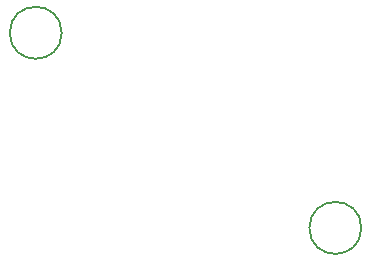
<source format=gbr>
%TF.GenerationSoftware,KiCad,Pcbnew,8.0.0~rc2-1e5b68cb87~176~ubuntu22.04.1*%
%TF.CreationDate,2024-02-07T10:24:23+05:30*%
%TF.ProjectId,BoB,426f422e-6b69-4636-9164-5f7063625858,rev?*%
%TF.SameCoordinates,Original*%
%TF.FileFunction,Other,Comment*%
%FSLAX46Y46*%
G04 Gerber Fmt 4.6, Leading zero omitted, Abs format (unit mm)*
G04 Created by KiCad (PCBNEW 8.0.0~rc2-1e5b68cb87~176~ubuntu22.04.1) date 2024-02-07 10:24:23*
%MOMM*%
%LPD*%
G01*
G04 APERTURE LIST*
%ADD10C,0.150000*%
G04 APERTURE END LIST*
D10*
%TO.C,H2*%
X87081100Y-75898600D02*
G75*
G02*
X82681100Y-75898600I-2200000J0D01*
G01*
X82681100Y-75898600D02*
G75*
G02*
X87081100Y-75898600I2200000J0D01*
G01*
%TO.C,H1*%
X61710000Y-59380000D02*
G75*
G02*
X57310000Y-59380000I-2200000J0D01*
G01*
X57310000Y-59380000D02*
G75*
G02*
X61710000Y-59380000I2200000J0D01*
G01*
%TD*%
M02*

</source>
